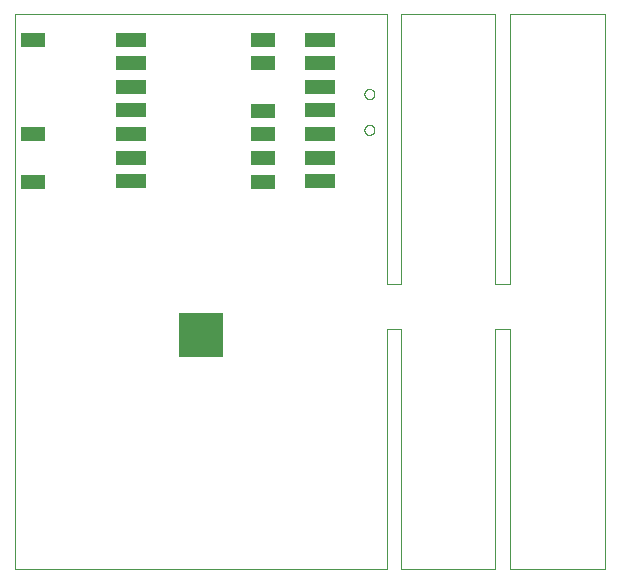
<source format=gbp>
G75*
%MOIN*%
%OFA0B0*%
%FSLAX25Y25*%
%IPPOS*%
%LPD*%
%AMOC8*
5,1,8,0,0,1.08239X$1,22.5*
%
%ADD10C,0.00400*%
%ADD11R,0.15000X0.15000*%
%ADD12R,0.10000X0.05000*%
%ADD13C,0.00000*%
%ADD14R,0.07874X0.05000*%
D10*
X0022595Y0027513D02*
X0022595Y0212513D01*
X0146595Y0212513D01*
X0146595Y0122513D01*
X0151095Y0122513D01*
X0151095Y0212513D01*
X0182595Y0212513D01*
X0182595Y0122513D01*
X0187595Y0122513D01*
X0187595Y0212513D01*
X0219095Y0212513D01*
X0219095Y0027513D01*
X0187595Y0027513D01*
X0187595Y0107513D01*
X0182595Y0107513D01*
X0182595Y0027513D01*
X0151095Y0027513D01*
X0151095Y0107513D01*
X0146595Y0107513D01*
X0146595Y0027513D01*
X0022595Y0027513D01*
D11*
X0084595Y0105513D03*
D12*
X0061099Y0156891D03*
X0061099Y0164765D03*
X0061099Y0172639D03*
X0061099Y0180513D03*
X0061099Y0188387D03*
X0061099Y0196261D03*
X0061099Y0204135D03*
X0124091Y0204135D03*
X0124091Y0196261D03*
X0124091Y0188387D03*
X0124091Y0180513D03*
X0124091Y0172639D03*
X0124091Y0164765D03*
X0124091Y0156891D03*
D13*
X0138922Y0174036D02*
X0138924Y0174117D01*
X0138930Y0174199D01*
X0138940Y0174280D01*
X0138954Y0174360D01*
X0138971Y0174439D01*
X0138993Y0174518D01*
X0139018Y0174595D01*
X0139047Y0174672D01*
X0139080Y0174746D01*
X0139117Y0174819D01*
X0139156Y0174890D01*
X0139200Y0174959D01*
X0139246Y0175026D01*
X0139296Y0175090D01*
X0139349Y0175152D01*
X0139405Y0175212D01*
X0139463Y0175268D01*
X0139525Y0175322D01*
X0139589Y0175373D01*
X0139655Y0175420D01*
X0139723Y0175464D01*
X0139794Y0175505D01*
X0139866Y0175542D01*
X0139941Y0175576D01*
X0140016Y0175606D01*
X0140094Y0175632D01*
X0140172Y0175655D01*
X0140251Y0175673D01*
X0140331Y0175688D01*
X0140412Y0175699D01*
X0140493Y0175706D01*
X0140575Y0175709D01*
X0140656Y0175708D01*
X0140737Y0175703D01*
X0140818Y0175694D01*
X0140899Y0175681D01*
X0140979Y0175664D01*
X0141057Y0175644D01*
X0141135Y0175619D01*
X0141212Y0175591D01*
X0141287Y0175559D01*
X0141360Y0175524D01*
X0141431Y0175485D01*
X0141501Y0175442D01*
X0141568Y0175397D01*
X0141634Y0175348D01*
X0141696Y0175296D01*
X0141756Y0175240D01*
X0141813Y0175182D01*
X0141868Y0175122D01*
X0141919Y0175058D01*
X0141967Y0174993D01*
X0142012Y0174925D01*
X0142054Y0174855D01*
X0142092Y0174783D01*
X0142127Y0174709D01*
X0142158Y0174634D01*
X0142185Y0174557D01*
X0142208Y0174479D01*
X0142228Y0174400D01*
X0142244Y0174320D01*
X0142256Y0174239D01*
X0142264Y0174158D01*
X0142268Y0174077D01*
X0142268Y0173995D01*
X0142264Y0173914D01*
X0142256Y0173833D01*
X0142244Y0173752D01*
X0142228Y0173672D01*
X0142208Y0173593D01*
X0142185Y0173515D01*
X0142158Y0173438D01*
X0142127Y0173363D01*
X0142092Y0173289D01*
X0142054Y0173217D01*
X0142012Y0173147D01*
X0141967Y0173079D01*
X0141919Y0173014D01*
X0141868Y0172950D01*
X0141813Y0172890D01*
X0141756Y0172832D01*
X0141696Y0172776D01*
X0141634Y0172724D01*
X0141568Y0172675D01*
X0141501Y0172630D01*
X0141432Y0172587D01*
X0141360Y0172548D01*
X0141287Y0172513D01*
X0141212Y0172481D01*
X0141135Y0172453D01*
X0141057Y0172428D01*
X0140979Y0172408D01*
X0140899Y0172391D01*
X0140818Y0172378D01*
X0140737Y0172369D01*
X0140656Y0172364D01*
X0140575Y0172363D01*
X0140493Y0172366D01*
X0140412Y0172373D01*
X0140331Y0172384D01*
X0140251Y0172399D01*
X0140172Y0172417D01*
X0140094Y0172440D01*
X0140016Y0172466D01*
X0139941Y0172496D01*
X0139866Y0172530D01*
X0139794Y0172567D01*
X0139723Y0172608D01*
X0139655Y0172652D01*
X0139589Y0172699D01*
X0139525Y0172750D01*
X0139463Y0172804D01*
X0139405Y0172860D01*
X0139349Y0172920D01*
X0139296Y0172982D01*
X0139246Y0173046D01*
X0139200Y0173113D01*
X0139156Y0173182D01*
X0139117Y0173253D01*
X0139080Y0173326D01*
X0139047Y0173400D01*
X0139018Y0173477D01*
X0138993Y0173554D01*
X0138971Y0173633D01*
X0138954Y0173712D01*
X0138940Y0173792D01*
X0138930Y0173873D01*
X0138924Y0173955D01*
X0138922Y0174036D01*
X0138922Y0185989D02*
X0138924Y0186070D01*
X0138930Y0186152D01*
X0138940Y0186233D01*
X0138954Y0186313D01*
X0138971Y0186392D01*
X0138993Y0186471D01*
X0139018Y0186548D01*
X0139047Y0186625D01*
X0139080Y0186699D01*
X0139117Y0186772D01*
X0139156Y0186843D01*
X0139200Y0186912D01*
X0139246Y0186979D01*
X0139296Y0187043D01*
X0139349Y0187105D01*
X0139405Y0187165D01*
X0139463Y0187221D01*
X0139525Y0187275D01*
X0139589Y0187326D01*
X0139655Y0187373D01*
X0139723Y0187417D01*
X0139794Y0187458D01*
X0139866Y0187495D01*
X0139941Y0187529D01*
X0140016Y0187559D01*
X0140094Y0187585D01*
X0140172Y0187608D01*
X0140251Y0187626D01*
X0140331Y0187641D01*
X0140412Y0187652D01*
X0140493Y0187659D01*
X0140575Y0187662D01*
X0140656Y0187661D01*
X0140737Y0187656D01*
X0140818Y0187647D01*
X0140899Y0187634D01*
X0140979Y0187617D01*
X0141057Y0187597D01*
X0141135Y0187572D01*
X0141212Y0187544D01*
X0141287Y0187512D01*
X0141360Y0187477D01*
X0141431Y0187438D01*
X0141501Y0187395D01*
X0141568Y0187350D01*
X0141634Y0187301D01*
X0141696Y0187249D01*
X0141756Y0187193D01*
X0141813Y0187135D01*
X0141868Y0187075D01*
X0141919Y0187011D01*
X0141967Y0186946D01*
X0142012Y0186878D01*
X0142054Y0186808D01*
X0142092Y0186736D01*
X0142127Y0186662D01*
X0142158Y0186587D01*
X0142185Y0186510D01*
X0142208Y0186432D01*
X0142228Y0186353D01*
X0142244Y0186273D01*
X0142256Y0186192D01*
X0142264Y0186111D01*
X0142268Y0186030D01*
X0142268Y0185948D01*
X0142264Y0185867D01*
X0142256Y0185786D01*
X0142244Y0185705D01*
X0142228Y0185625D01*
X0142208Y0185546D01*
X0142185Y0185468D01*
X0142158Y0185391D01*
X0142127Y0185316D01*
X0142092Y0185242D01*
X0142054Y0185170D01*
X0142012Y0185100D01*
X0141967Y0185032D01*
X0141919Y0184967D01*
X0141868Y0184903D01*
X0141813Y0184843D01*
X0141756Y0184785D01*
X0141696Y0184729D01*
X0141634Y0184677D01*
X0141568Y0184628D01*
X0141501Y0184583D01*
X0141432Y0184540D01*
X0141360Y0184501D01*
X0141287Y0184466D01*
X0141212Y0184434D01*
X0141135Y0184406D01*
X0141057Y0184381D01*
X0140979Y0184361D01*
X0140899Y0184344D01*
X0140818Y0184331D01*
X0140737Y0184322D01*
X0140656Y0184317D01*
X0140575Y0184316D01*
X0140493Y0184319D01*
X0140412Y0184326D01*
X0140331Y0184337D01*
X0140251Y0184352D01*
X0140172Y0184370D01*
X0140094Y0184393D01*
X0140016Y0184419D01*
X0139941Y0184449D01*
X0139866Y0184483D01*
X0139794Y0184520D01*
X0139723Y0184561D01*
X0139655Y0184605D01*
X0139589Y0184652D01*
X0139525Y0184703D01*
X0139463Y0184757D01*
X0139405Y0184813D01*
X0139349Y0184873D01*
X0139296Y0184935D01*
X0139246Y0184999D01*
X0139200Y0185066D01*
X0139156Y0185135D01*
X0139117Y0185206D01*
X0139080Y0185279D01*
X0139047Y0185353D01*
X0139018Y0185430D01*
X0138993Y0185507D01*
X0138971Y0185586D01*
X0138954Y0185665D01*
X0138940Y0185745D01*
X0138930Y0185826D01*
X0138924Y0185908D01*
X0138922Y0185989D01*
D14*
X0105091Y0180450D03*
X0105091Y0172576D03*
X0105091Y0164702D03*
X0105091Y0156828D03*
X0105091Y0196198D03*
X0105091Y0204072D03*
X0028320Y0204072D03*
X0028320Y0172576D03*
X0028320Y0156828D03*
M02*

</source>
